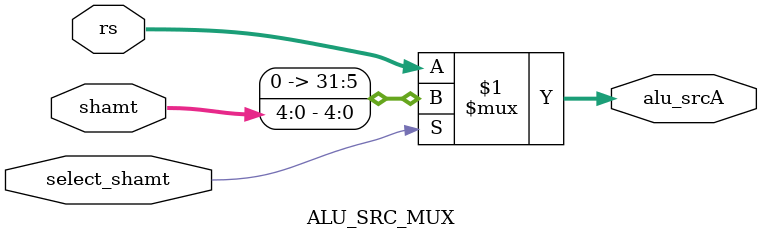
<source format=v>
module ALU_SRC_MUX (
    input [31:0] rs,
    input [4:0] shamt,
    input select_shamt,
    output [31:0] alu_srcA
);

    assign alu_srcA = (select_shamt) ? {27'b0, shamt} : rs; // Zero-extend shamt to 32 bits
endmodule

</source>
